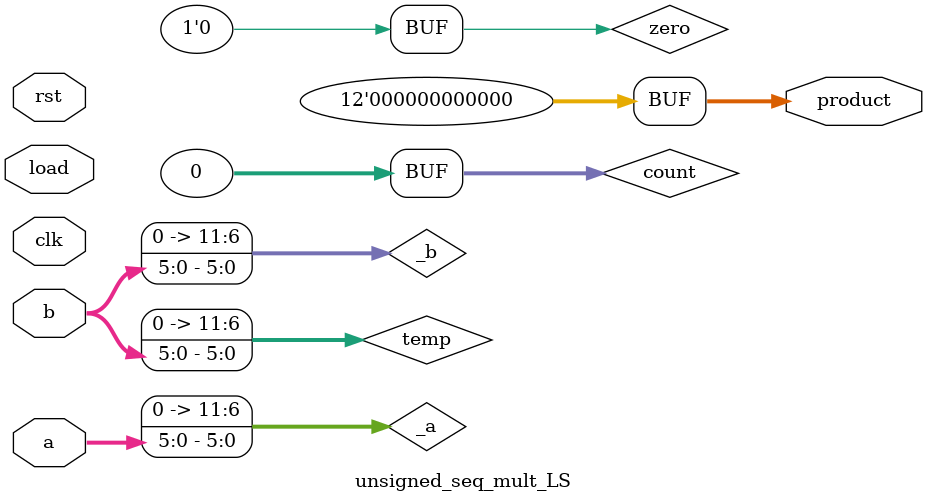
<source format=v>
/*
    Assignment   :  3
    Problem      :  2
    Semester     :  Autumn 2020
    Group        :  G9
    Members      :  Akshat Shukla(18CS10002)
                    Animesh Barua(18CS10003)
*/

// This is a adder where input is a,b and output is sum, cout
module adder(a, b, cin, sum, cout);
    input a, b, cin;
    output sum, cout;

    assign cout = (a&b)|(b&cin)|(a&cin);
    assign sum = (a^b^cin);
endmodule

// this is a adder(2 bit)
module adder_2bit(a, b, cin, sum, cout);

    input [1:0] a, b;
    input cin;
    output [1:0] sum;
    output cout;

    wire c_mid;

    adder lsb(a[0], b[0], cin, sum[0], c_mid);
    adder msb(a[1], b[1], c_mid, sum[1], cout);

endmodule

// this is a adder(6 bit)
module adder_6bit(a, b, cin, sum, cout);

    input [5:0] a, b;
    input cin;
    output [5:0] sum;
    output cout;

    wire carry, carry1;

    adder_2bit inst1(a[1:0], b[1:0], cin, sum[1:0], carry);
    adder_2bit inst2(a[3:2], b[3:2], carry, sum[3:2], carry1);
    adder_2bit inst3(a[5:4], b[5:4], carry1, sum[5:4], cout);

endmodule

// this is a adder(12 bit)
module adder_12bit(a, b, cin, sum, cout);

    input [11:0] a, b;
    input cin;
    output [11:0] sum;
    output cout;

    wire c_mid;

    adder_6bit ls(a[5:0], b[5:0], cin, sum[5:0], c_mid);
    adder_6bit ms(a[11:6], b[11:6], c_mid, sum[11:6], cout);

endmodule

// This is the Sequential Unsigned Binary Multiplier (left-shift version) using the above defined modules
module unsigned_seq_mult_LS(clk, rst, load, a, b, product);

    input clk, rst, load;
    input [5:0] a, b;
    output reg [11:0] product;

    integer count = 0;
    wire zero, garbage;
    reg [11:0] _a, _b;
    wire[11:0] present_sum;
    reg [11:0] temp;

    assign zero = 0;
    adder_12bit inst(.a(product), .b(temp), .cin(zero), .sum(present_sum), .cout(garbage));

    always @(load)
    begin
        count = 0;
        _a = a;
        _b = b;
        product = 0;
    end

    always @(rst)
    begin
        count = 0;
        product = 12'b000000000000;
        temp = _b;
    end

    always @(posedge(clk))
    begin
        if(count < 6)
        begin
            if(a[count])
            begin
                product = present_sum;
            end
            temp = (temp<<1);
            count=count+1;
        end
    end

endmodule
</source>
